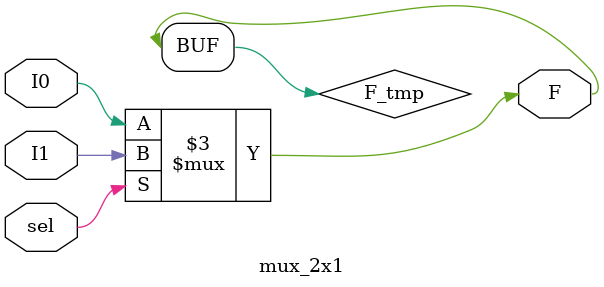
<source format=v>
`timescale 1ns / 1ps


module mux_2x1(
output F,
input I0,I1, sel 

);

 
reg F_tmp;

    always @(sel or I1 or I0)
    begin
        if(sel)
            F_tmp=I1;
        else
            F_tmp=I0;
        
    end
    assign F=F_tmp;
   
endmodule

</source>
